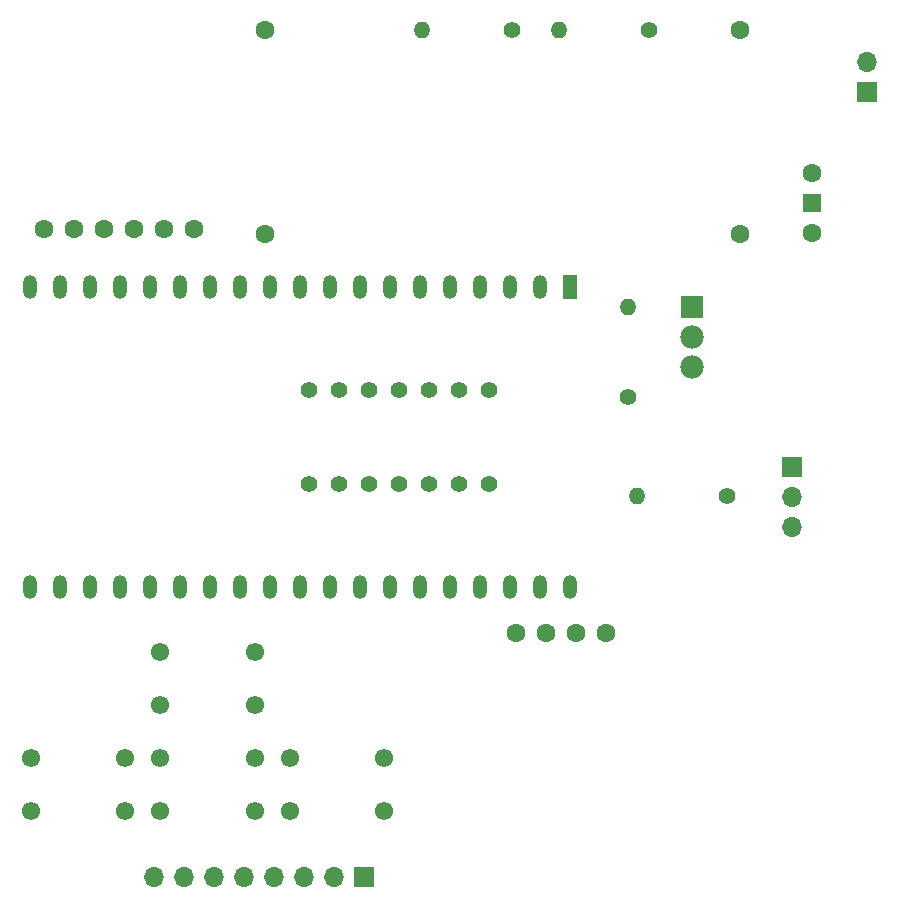
<source format=gbs>
G04 #@! TF.GenerationSoftware,KiCad,Pcbnew,9.0.0*
G04 #@! TF.CreationDate,2025-04-11T21:54:49+02:00*
G04 #@! TF.ProjectId,eConBadge,65436f6e-4261-4646-9765-2e6b69636164,rev?*
G04 #@! TF.SameCoordinates,Original*
G04 #@! TF.FileFunction,Soldermask,Bot*
G04 #@! TF.FilePolarity,Negative*
%FSLAX46Y46*%
G04 Gerber Fmt 4.6, Leading zero omitted, Abs format (unit mm)*
G04 Created by KiCad (PCBNEW 9.0.0) date 2025-04-11 21:54:49*
%MOMM*%
%LPD*%
G01*
G04 APERTURE LIST*
%ADD10C,1.400000*%
%ADD11C,1.550000*%
%ADD12C,1.600000*%
%ADD13R,1.980000X1.980000*%
%ADD14C,1.980000*%
%ADD15R,1.700000X1.700000*%
%ADD16O,1.700000X1.700000*%
%ADD17R,1.500000X1.500000*%
%ADD18R,1.200000X2.000000*%
%ADD19O,1.200000X2.000000*%
%ADD20O,1.400000X1.400000*%
G04 APERTURE END LIST*
D10*
G04 #@! TO.C,74AHCT125 *
X163120000Y-48530000D03*
X160580000Y-48530000D03*
X158040000Y-48530000D03*
X155500000Y-48530000D03*
X152960000Y-48530000D03*
X150420000Y-48530000D03*
X147880000Y-48530000D03*
X147880000Y-56470000D03*
X150420000Y-56470000D03*
X152960000Y-56470000D03*
X163120000Y-56470000D03*
X160580000Y-56470000D03*
X158040000Y-56470000D03*
X155500000Y-56470000D03*
G04 #@! TD*
D11*
G04 #@! TO.C,BackBtn*
X132300000Y-84200000D03*
X124340000Y-79700000D03*
X132300000Y-79700000D03*
X124340000Y-84200000D03*
G04 #@! TD*
D12*
G04 #@! TO.C,OLED*
X167940000Y-69100000D03*
X165400000Y-69100000D03*
X170480000Y-69100000D03*
X173020000Y-69100000D03*
G04 #@! TD*
D13*
G04 #@! TO.C,LED_EN_MOSFET*
X180322500Y-41475000D03*
D14*
X180322500Y-44015000D03*
X180322500Y-46555000D03*
G04 #@! TD*
D15*
G04 #@! TO.C,LEDConnector*
X188800000Y-55060000D03*
D16*
X188800000Y-57600000D03*
X188800000Y-60140000D03*
G04 #@! TD*
D12*
G04 #@! TO.C,4005-DCDC*
X144200000Y-35300000D03*
X144200000Y-18100000D03*
X184400000Y-35300000D03*
X184400000Y-18100000D03*
G04 #@! TD*
D15*
G04 #@! TO.C,EInkConnector*
X152540000Y-89800000D03*
D16*
X150000000Y-89800000D03*
X147460000Y-89800000D03*
X144920000Y-89800000D03*
X142380000Y-89800000D03*
X139840000Y-89800000D03*
X137300000Y-89800000D03*
X134760000Y-89800000D03*
G04 #@! TD*
D15*
G04 #@! TO.C,BATT-*
X195200000Y-23300000D03*
D16*
X195200000Y-20760000D03*
G04 #@! TD*
D17*
G04 #@! TO.C,SwitchOnOff*
X190500000Y-32700000D03*
D12*
X190500000Y-35240000D03*
X190500000Y-30160000D03*
G04 #@! TD*
D18*
G04 #@! TO.C,ESP32*
X170020000Y-39800000D03*
D19*
X167480000Y-39800000D03*
X164940000Y-39800000D03*
X162400000Y-39800000D03*
X159860000Y-39800000D03*
X157320000Y-39800000D03*
X154780000Y-39800000D03*
X152240000Y-39800000D03*
X149700000Y-39800000D03*
X147160000Y-39800000D03*
X144620000Y-39800000D03*
X142080000Y-39800000D03*
X139540000Y-39800000D03*
X137000000Y-39800000D03*
X134460000Y-39800000D03*
X131920000Y-39800000D03*
X129380000Y-39800000D03*
X126840000Y-39800000D03*
X124300000Y-39800000D03*
X124302720Y-65196320D03*
X126842720Y-65196320D03*
X129380000Y-65200000D03*
X131920000Y-65200000D03*
X134460000Y-65200000D03*
X137000000Y-65200000D03*
X139540000Y-65200000D03*
X142080000Y-65200000D03*
X144620000Y-65200000D03*
X147160000Y-65200000D03*
X149700000Y-65200000D03*
X152240000Y-65200000D03*
X154780000Y-65200000D03*
X157320000Y-65200000D03*
X159860000Y-65200000D03*
X162400000Y-65200000D03*
X164940000Y-65200000D03*
X167480000Y-65200000D03*
X170020000Y-65200000D03*
G04 #@! TD*
D11*
G04 #@! TO.C,DownBtn*
X143300000Y-84200000D03*
X135340000Y-79700000D03*
X143300000Y-79700000D03*
X135340000Y-84200000D03*
G04 #@! TD*
G04 #@! TO.C,UpBtn*
X135340000Y-70700000D03*
X143300000Y-70700000D03*
X135340000Y-75200000D03*
X143300000Y-75200000D03*
G04 #@! TD*
G04 #@! TO.C,EnterBtn*
X154300000Y-84200000D03*
X146340000Y-79700000D03*
X154300000Y-79700000D03*
X146340000Y-84200000D03*
G04 #@! TD*
D12*
G04 #@! TO.C,SDCardReader*
X125480000Y-34920000D03*
X128020000Y-34920000D03*
X130560000Y-34920000D03*
X133100000Y-34920000D03*
X135640000Y-34920000D03*
X138180000Y-34920000D03*
G04 #@! TD*
D10*
G04 #@! TO.C,10K LED_MOSFET*
X174900000Y-49110000D03*
D20*
X174900000Y-41490000D03*
G04 #@! TD*
D10*
G04 #@! TO.C,R2 20K*
X165110000Y-18100000D03*
D20*
X157490000Y-18100000D03*
G04 #@! TD*
D10*
G04 #@! TO.C,330 LED_DATA_R*
X183310000Y-57500000D03*
D20*
X175690000Y-57500000D03*
G04 #@! TD*
D10*
G04 #@! TO.C,R1 220K*
X176720000Y-18100000D03*
D20*
X169100000Y-18100000D03*
G04 #@! TD*
M02*

</source>
